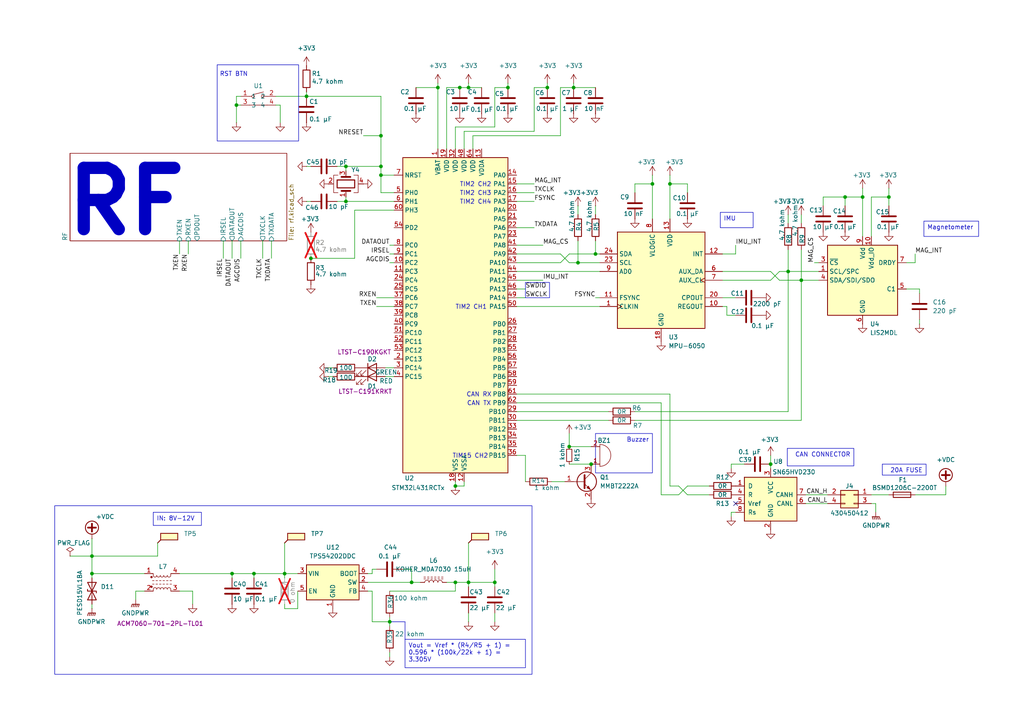
<source format=kicad_sch>
(kicad_sch (version 20250114) (generator "eeschema") (generator_version "9.0")
  (paper "A4")
  (rectangle (start 62.992 18.796) (end 86.614 40.894))
  (rectangle (start 15.875 146.685) (end 154.305 195.58))
  (rectangle (start 152.4 81.915) (end 159.385 86.36))
  (text "RST BTN" (at 67.818 21.59 0) (effects (font (size 1.27 1.27))))
  (text "TIM15 CH2" (at 136.398 132.334 0) (effects (font (size 1.27 1.27))))
  (text "TIM2 CH2" (at 137.922 53.594 0) (effects (font (size 1.27 1.27))))
  (text "TIM2 CH3" (at 137.922 56.134 0) (effects (font (size 1.27 1.27))))
  (text "TIM2 CH1" (at 136.652 89.154 0) (effects (font (size 1.27 1.27))))
  (text "CAN TX" (at 138.938 117.094 0) (effects (font (size 1.27 1.27))))
  (text "RF" (at 36.576 58.674 0) (effects (font (size 17.78 17.78) (thickness 3.556) (bold yes))))
  (text "CAN RX" (at 138.938 114.554 0) (effects (font (size 1.27 1.27))))
  (text "TIM2 CH4" (at 137.922 58.674 0) (effects (font (size 1.27 1.27))))
  (text_box "Vout = Vref * (R4/R5 + 1) = 0.596 * (100k/22k + 1) = 3.305V" (at 117.475 185.42 0) (size 34.925 8.255) (margins 0.9525 0.9525 0.9525 0.9525) (effects (font (size 1.27 1.27)) (justify left top)))
  (text_box "Magnetometer" (at 267.97 64.135 0) (size 15.875 4.445) (margins 0.9525 0.9525 0.9525 0.9525) (effects (font (size 1.27 1.27)) (justify left top)))
  (text_box "IMU" (at 208.915 61.595 0) (size 9.525 4.445) (margins 0.9525 0.9525 0.9525 0.9525) (effects (font (size 1.27 1.27)) (justify left top)))
  (text_box "IN: 8V-12V" (at 44.45 148.59 0) (size 13.97 3.81) (margins 0.9525 0.9525 0.9525 0.9525) (effects (font (size 1.27 1.27)) (justify left top)))
  (text_box "Buzzer" (at 172.72 125.73 0) (size 16.51 11.43) (margins 0.9525 0.9525 0.9525 0.9525) (effects (font (size 1.27 1.27)) (justify right top)))
  (text_box "20A FUSE" (at 255.905 134.62 0) (size 12.7 3.175) (margins 0.9525 0.9525 0.9525 0.9525) (effects (font (size 1.27 1.27)) (justify right top)))
  (text_box "CAN CONNECTOR" (at 228.346 130.048 0) (size 19.304 5.08) (margins 0.9525 0.9525 0.9525 0.9525) (effects (font (size 1.27 1.27)) (justify right top)))
  (junction (at 166.37 25.4))
  (junction (at 250.19 57.15))
  (junction (at 245.11 57.15))
  (junction (at 110.49 48.26))
  (junction (at 73.66 166.37))
  (junction (at 88.9 27.94))
  (junction (at 147.32 25.4))
  (junction (at 133.35 25.4))
  (junction (at 26.67 161.29))
  (junction (at 82.55 166.37))
  (junction (at 171.45 134.62))
  (junction (at 194.31 53.34))
  (junction (at 132.08 140.97))
  (junction (at 110.49 50.8))
  (junction (at 127 25.4))
  (junction (at 132.08 168.91))
  (junction (at 165.1 129.54))
  (junction (at 189.23 53.34))
  (junction (at 167.64 76.2))
  (junction (at 228.6 78.74))
  (junction (at 135.89 25.4))
  (junction (at 158.75 25.4))
  (junction (at 100.33 58.42))
  (junction (at 26.67 166.37))
  (junction (at 172.72 73.66))
  (junction (at 90.17 74.93))
  (junction (at 223.52 134.62))
  (junction (at 100.33 48.26))
  (junction (at 119.38 168.91))
  (junction (at 135.89 168.91))
  (junction (at 68.58 30.48))
  (junction (at 143.51 168.91))
  (junction (at 257.81 57.15))
  (junction (at 67.31 166.37))
  (junction (at 232.41 81.28))
  (junction (at 110.49 39.37))
  (junction (at 113.03 180.34))
  (no_connect (at 213.36 146.05))
  (wire (pts (xy 149.86 121.92) (xy 176.53 121.92)))
  (wire (pts (xy 111.76 109.22) (xy 114.3 109.22)))
  (wire (pts (xy 68.58 27.94) (xy 68.58 30.48)))
  (wire (pts (xy 113.03 76.2) (xy 114.3 76.2)))
  (wire (pts (xy 105.41 39.37) (xy 110.49 39.37)))
  (wire (pts (xy 143.51 36.83) (xy 143.51 25.4)))
  (wire (pts (xy 228.6 78.74) (xy 228.6 119.38)))
  (wire (pts (xy 228.6 78.74) (xy 237.49 78.74)))
  (wire (pts (xy 111.76 106.68) (xy 114.3 106.68)))
  (wire (pts (xy 102.87 60.96) (xy 114.3 60.96)))
  (wire (pts (xy 149.86 53.34) (xy 154.94 53.34)))
  (wire (pts (xy 191.77 116.84) (xy 191.77 143.51)))
  (wire (pts (xy 26.67 167.64) (xy 26.67 166.37)))
  (wire (pts (xy 39.37 173.99) (xy 39.37 171.45)))
  (wire (pts (xy 76.2 69.85) (xy 76.2 74.93)))
  (wire (pts (xy 254 148.59) (xy 254 146.05)))
  (wire (pts (xy 232.41 81.28) (xy 237.49 81.28)))
  (wire (pts (xy 245.11 57.15) (xy 245.11 59.69)))
  (wire (pts (xy 81.28 30.48) (xy 80.01 30.48)))
  (wire (pts (xy 194.31 140.97) (xy 194.31 114.3)))
  (wire (pts (xy 120.65 25.4) (xy 127 25.4)))
  (wire (pts (xy 167.64 76.2) (xy 173.99 76.2)))
  (wire (pts (xy 88.9 48.26) (xy 90.17 48.26)))
  (wire (pts (xy 149.86 71.12) (xy 157.48 71.12)))
  (wire (pts (xy 266.7 83.82) (xy 262.89 83.82)))
  (wire (pts (xy 199.39 140.97) (xy 205.74 140.97)))
  (polyline (pts (xy 117.475 185.42) (xy 117.475 180.34)))
  (wire (pts (xy 67.31 167.64) (xy 67.31 166.37)))
  (wire (pts (xy 143.51 25.4) (xy 147.32 25.4)))
  (wire (pts (xy 20.32 161.29) (xy 26.67 161.29)))
  (wire (pts (xy 106.68 168.91) (xy 119.38 168.91)))
  (wire (pts (xy 194.31 50.8) (xy 194.31 53.34)))
  (wire (pts (xy 52.07 166.37) (xy 67.31 166.37)))
  (wire (pts (xy 107.95 165.1) (xy 109.22 165.1)))
  (wire (pts (xy 213.36 148.59) (xy 212.09 148.59)))
  (wire (pts (xy 110.49 27.94) (xy 110.49 39.37)))
  (wire (pts (xy 102.87 60.96) (xy 102.87 74.93)))
  (wire (pts (xy 210.82 88.9) (xy 209.55 88.9)))
  (wire (pts (xy 252.73 143.51) (xy 257.81 143.51)))
  (wire (pts (xy 113.03 171.45) (xy 132.08 171.45)))
  (wire (pts (xy 149.86 83.82) (xy 152.4 83.82)))
  (wire (pts (xy 143.51 168.91) (xy 135.89 168.91)))
  (wire (pts (xy 100.33 58.42) (xy 114.3 58.42)))
  (wire (pts (xy 162.56 76.2) (xy 165.1 73.66)))
  (wire (pts (xy 149.86 88.9) (xy 173.99 88.9)))
  (wire (pts (xy 199.39 143.51) (xy 205.74 143.51)))
  (wire (pts (xy 152.4 132.08) (xy 149.86 132.08)))
  (wire (pts (xy 199.39 53.34) (xy 199.39 55.88)))
  (wire (pts (xy 78.74 69.85) (xy 78.74 74.93)))
  (wire (pts (xy 226.06 78.74) (xy 228.6 78.74)))
  (wire (pts (xy 107.95 180.34) (xy 113.03 180.34)))
  (wire (pts (xy 194.31 53.34) (xy 199.39 53.34)))
  (wire (pts (xy 250.19 68.58) (xy 250.19 57.15)))
  (wire (pts (xy 127 24.13) (xy 127 25.4)))
  (wire (pts (xy 82.55 176.53) (xy 86.36 176.53)))
  (wire (pts (xy 68.58 27.94) (xy 69.85 27.94)))
  (wire (pts (xy 165.1 73.66) (xy 172.72 73.66)))
  (wire (pts (xy 100.33 57.15) (xy 100.33 58.42)))
  (wire (pts (xy 212.09 135.89) (xy 212.09 134.62)))
  (wire (pts (xy 209.55 81.28) (xy 223.52 81.28)))
  (wire (pts (xy 132.08 36.83) (xy 132.08 43.18)))
  (wire (pts (xy 189.23 50.8) (xy 189.23 53.34)))
  (wire (pts (xy 109.22 86.36) (xy 114.3 86.36)))
  (wire (pts (xy 266.7 85.09) (xy 266.7 83.82)))
  (wire (pts (xy 45.72 157.48) (xy 45.72 161.29)))
  (wire (pts (xy 82.55 166.37) (xy 86.36 166.37)))
  (wire (pts (xy 165.1 76.2) (xy 167.64 76.2)))
  (wire (pts (xy 143.51 177.8) (xy 143.51 180.34)))
  (wire (pts (xy 232.41 81.28) (xy 232.41 121.92)))
  (wire (pts (xy 254 146.05) (xy 252.73 146.05)))
  (wire (pts (xy 236.22 76.2) (xy 237.49 76.2)))
  (wire (pts (xy 110.49 50.8) (xy 114.3 50.8)))
  (wire (pts (xy 135.89 157.48) (xy 135.89 168.91)))
  (wire (pts (xy 189.23 53.34) (xy 184.15 53.34)))
  (wire (pts (xy 119.38 168.91) (xy 119.38 165.1)))
  (wire (pts (xy 233.68 146.05) (xy 240.03 146.05)))
  (wire (pts (xy 209.55 86.36) (xy 213.36 86.36)))
  (wire (pts (xy 110.49 48.26) (xy 100.33 48.26)))
  (wire (pts (xy 113.03 71.12) (xy 114.3 71.12)))
  (wire (pts (xy 158.75 24.13) (xy 158.75 25.4)))
  (wire (pts (xy 135.89 168.91) (xy 135.89 170.18)))
  (wire (pts (xy 96.52 106.68) (xy 95.25 106.68)))
  (wire (pts (xy 252.73 68.58) (xy 252.73 57.15)))
  (wire (pts (xy 107.95 171.45) (xy 107.95 180.34)))
  (wire (pts (xy 80.01 27.94) (xy 88.9 27.94)))
  (wire (pts (xy 165.1 76.2) (xy 162.56 73.66)))
  (wire (pts (xy 149.86 66.04) (xy 154.94 66.04)))
  (wire (pts (xy 90.17 58.42) (xy 88.9 58.42)))
  (wire (pts (xy 166.37 25.4) (xy 172.72 25.4)))
  (wire (pts (xy 194.31 63.5) (xy 194.31 53.34)))
  (wire (pts (xy 110.49 39.37) (xy 110.49 48.26)))
  (wire (pts (xy 100.33 48.26) (xy 100.33 49.53)))
  (wire (pts (xy 127 25.4) (xy 127 43.18)))
  (wire (pts (xy 67.31 166.37) (xy 73.66 166.37)))
  (wire (pts (xy 97.79 58.42) (xy 100.33 58.42)))
  (wire (pts (xy 194.31 140.97) (xy 196.85 140.97)))
  (wire (pts (xy 110.49 50.8) (xy 110.49 55.88)))
  (wire (pts (xy 82.55 175.26) (xy 82.55 176.53)))
  (wire (pts (xy 257.81 54.61) (xy 257.81 57.15)))
  (wire (pts (xy 113.03 189.23) (xy 113.03 190.5)))
  (wire (pts (xy 68.58 30.48) (xy 68.58 35.56)))
  (wire (pts (xy 26.67 175.26) (xy 26.67 176.53)))
  (wire (pts (xy 86.36 176.53) (xy 86.36 171.45)))
  (wire (pts (xy 82.55 166.37) (xy 82.55 167.64)))
  (wire (pts (xy 119.38 168.91) (xy 121.92 168.91)))
  (wire (pts (xy 152.4 139.7) (xy 152.4 132.08)))
  (wire (pts (xy 262.89 76.2) (xy 265.43 76.2)))
  (wire (pts (xy 166.37 24.13) (xy 166.37 25.4)))
  (wire (pts (xy 67.31 69.85) (xy 67.31 74.93)))
  (wire (pts (xy 154.94 38.1) (xy 154.94 25.4)))
  (wire (pts (xy 257.81 57.15) (xy 257.81 59.69)))
  (wire (pts (xy 154.94 25.4) (xy 158.75 25.4)))
  (wire (pts (xy 39.37 171.45) (xy 41.91 171.45)))
  (wire (pts (xy 73.66 166.37) (xy 82.55 166.37)))
  (wire (pts (xy 143.51 165.1) (xy 143.51 168.91)))
  (wire (pts (xy 107.95 171.45) (xy 106.68 171.45)))
  (wire (pts (xy 252.73 57.15) (xy 257.81 57.15)))
  (wire (pts (xy 113.03 179.07) (xy 113.03 180.34)))
  (wire (pts (xy 189.23 63.5) (xy 189.23 53.34)))
  (wire (pts (xy 149.86 76.2) (xy 162.56 76.2)))
  (wire (pts (xy 96.52 109.22) (xy 95.25 109.22)))
  (wire (pts (xy 184.15 121.92) (xy 232.41 121.92)))
  (wire (pts (xy 223.52 81.28) (xy 226.06 78.74)))
  (wire (pts (xy 135.89 25.4) (xy 135.89 24.13)))
  (wire (pts (xy 113.03 181.61) (xy 113.03 180.34)))
  (wire (pts (xy 52.07 171.45) (xy 55.88 171.45)))
  (wire (pts (xy 107.95 165.1) (xy 107.95 166.37)))
  (wire (pts (xy 133.35 25.4) (xy 135.89 25.4)))
  (wire (pts (xy 132.08 168.91) (xy 135.89 168.91)))
  (wire (pts (xy 171.45 134.62) (xy 165.1 134.62)))
  (wire (pts (xy 129.54 25.4) (xy 129.54 43.18)))
  (wire (pts (xy 228.6 64.77) (xy 228.6 62.23)))
  (wire (pts (xy 194.31 114.3) (xy 149.86 114.3)))
  (wire (pts (xy 199.39 143.51) (xy 196.85 140.97)))
  (wire (pts (xy 52.07 69.85) (xy 52.07 73.66)))
  (wire (pts (xy 134.62 140.97) (xy 134.62 139.7)))
  (wire (pts (xy 88.9 27.94) (xy 110.49 27.94)))
  (wire (pts (xy 213.36 73.66) (xy 213.36 71.12)))
  (wire (pts (xy 162.56 25.4) (xy 162.56 39.37)))
  (wire (pts (xy 223.52 132.08) (xy 223.52 134.62)))
  (wire (pts (xy 132.08 139.7) (xy 132.08 140.97)))
  (wire (pts (xy 134.62 38.1) (xy 134.62 43.18)))
  (wire (pts (xy 149.86 119.38) (xy 176.53 119.38)))
  (wire (pts (xy 110.49 48.26) (xy 110.49 50.8)))
  (wire (pts (xy 196.85 143.51) (xy 199.39 140.97)))
  (wire (pts (xy 171.45 129.54) (xy 165.1 129.54)))
  (wire (pts (xy 135.89 177.8) (xy 135.89 180.34)))
  (wire (pts (xy 107.95 166.37) (xy 106.68 166.37)))
  (wire (pts (xy 134.62 38.1) (xy 154.94 38.1)))
  (wire (pts (xy 26.67 166.37) (xy 41.91 166.37)))
  (wire (pts (xy 69.85 69.85) (xy 69.85 74.93)))
  (wire (pts (xy 129.54 25.4) (xy 133.35 25.4)))
  (wire (pts (xy 113.03 73.66) (xy 114.3 73.66)))
  (wire (pts (xy 97.79 48.26) (xy 100.33 48.26)))
  (wire (pts (xy 274.32 140.97) (xy 274.32 143.51)))
  (wire (pts (xy 167.64 69.85) (xy 167.64 76.2)))
  (wire (pts (xy 250.19 54.61) (xy 250.19 57.15)))
  (wire (pts (xy 212.09 134.62) (xy 215.9 134.62)))
  (wire (pts (xy 274.32 143.51) (xy 265.43 143.51)))
  (wire (pts (xy 238.76 57.15) (xy 238.76 59.69)))
  (wire (pts (xy 232.41 72.39) (xy 232.41 81.28)))
  (wire (pts (xy 55.88 171.45) (xy 55.88 175.26)))
  (wire (pts (xy 132.08 171.45) (xy 132.08 168.91)))
  (wire (pts (xy 245.11 57.15) (xy 238.76 57.15)))
  (wire (pts (xy 209.55 78.74) (xy 223.52 78.74)))
  (wire (pts (xy 162.56 39.37) (xy 137.16 39.37)))
  (wire (pts (xy 233.68 143.51) (xy 240.03 143.51)))
  (wire (pts (xy 54.61 69.85) (xy 54.61 73.66)))
  (wire (pts (xy 223.52 78.74) (xy 226.06 81.28)))
  (wire (pts (xy 210.82 91.44) (xy 210.82 88.9)))
  (wire (pts (xy 110.49 55.88) (xy 114.3 55.88)))
  (wire (pts (xy 149.86 58.42) (xy 154.94 58.42)))
  (wire (pts (xy 88.9 26.67) (xy 88.9 27.94)))
  (wire (pts (xy 82.55 157.48) (xy 82.55 166.37)))
  (wire (pts (xy 149.86 55.88) (xy 154.94 55.88)))
  (wire (pts (xy 45.72 161.29) (xy 26.67 161.29)))
  (wire (pts (xy 226.06 81.28) (xy 232.41 81.28)))
  (wire (pts (xy 223.52 134.62) (xy 223.52 135.89)))
  (polyline (pts (xy 113.03 180.34) (xy 117.475 180.34)))
  (wire (pts (xy 149.86 73.66) (xy 162.56 73.66)))
  (wire (pts (xy 212.09 149.86) (xy 212.09 148.59)))
  (wire (pts (xy 184.15 119.38) (xy 228.6 119.38)))
  (wire (pts (xy 149.86 86.36) (xy 152.4 86.36)))
  (wire (pts (xy 64.77 69.85) (xy 64.77 74.93)))
  (wire (pts (xy 149.86 78.74) (xy 173.99 78.74)))
  (wire (pts (xy 163.83 139.7) (xy 160.02 139.7)))
  (wire (pts (xy 137.16 39.37) (xy 137.16 43.18)))
  (wire (pts (xy 172.72 73.66) (xy 173.99 73.66)))
  (wire (pts (xy 265.43 76.2) (xy 265.43 73.66)))
  (wire (pts (xy 149.86 81.28) (xy 157.48 81.28)))
  (wire (pts (xy 162.56 25.4) (xy 166.37 25.4)))
  (wire (pts (xy 26.67 156.21) (xy 26.67 161.29)))
  (wire (pts (xy 68.58 30.48) (xy 69.85 30.48)))
  (wire (pts (xy 73.66 167.64) (xy 73.66 166.37)))
  (wire (pts (xy 116.84 165.1) (xy 119.38 165.1)))
  (wire (pts (xy 129.54 168.91) (xy 132.08 168.91)))
  (wire (pts (xy 139.7 25.4) (xy 135.89 25.4)))
  (wire (pts (xy 228.6 72.39) (xy 228.6 78.74)))
  (wire (pts (xy 132.08 36.83) (xy 143.51 36.83)))
  (wire (pts (xy 172.72 69.85) (xy 172.72 73.66)))
  (wire (pts (xy 143.51 168.91) (xy 143.51 170.18)))
  (wire (pts (xy 209.55 73.66) (xy 213.36 73.66)))
  (wire (pts (xy 191.77 143.51) (xy 196.85 143.51)))
  (wire (pts (xy 232.41 64.77) (xy 232.41 62.23)))
  (wire (pts (xy 210.82 91.44) (xy 213.36 91.44)))
  (wire (pts (xy 90.17 74.93) (xy 102.87 74.93)))
  (wire (pts (xy 172.72 86.36) (xy 173.99 86.36)))
  (wire (pts (xy 250.19 57.15) (xy 245.11 57.15)))
  (wire (pts (xy 167.64 59.69) (xy 167.64 62.23)))
  (wire (pts (xy 165.1 125.73) (xy 165.1 129.54)))
  (wire (pts (xy 132.08 140.97) (xy 134.62 140.97)))
  (wire (pts (xy 81.28 30.48) (xy 81.28 35.56)))
  (wire (pts (xy 109.22 88.9) (xy 114.3 88.9)))
  (wire (pts (xy 26.67 161.29) (xy 26.67 166.37)))
  (wire (pts (xy 266.7 92.71) (xy 266.7 93.98)))
  (wire (pts (xy 184.15 53.34) (xy 184.15 55.88)))
  (wire (pts (xy 149.86 116.84) (xy 191.77 116.84)))
  (wire (pts (xy 147.32 24.13) (xy 147.32 25.4)))
  (wire (pts (xy 172.72 59.69) (xy 172.72 62.23)))
  (label "RXEN" (at 54.61 73.66 270))
  (label "FSYNC" (at 154.94 58.42 0))
  (label "IRSEL" (at 113.03 73.66 180))
  (label "IMU_INT" (at 157.48 81.28 0))
  (label "CAN_L" (at 240.03 146.05 180))
  (label "MAG_INT" (at 154.94 53.34 0))
  (label "CAN_H" (at 240.03 143.51 180))
  (label "DATAOUT" (at 67.31 74.93 270))
  (label "TXEN" (at 52.07 73.66 270))
  (label "MAG_INT" (at 265.43 73.66 0))
  (label "TXDATA" (at 154.94 66.04 0))
  (label "TXCLK" (at 154.94 55.88 0))
  (label "MAG_CS" (at 236.22 76.2 90))
  (label "NRESET" (at 105.41 39.37 180))
  (label "AGCDIS" (at 113.03 76.2 180))
  (label "SWCLK" (at 152.4 86.36 0))
  (label "IMU_INT" (at 213.36 71.12 0))
  (label "TXCLK" (at 76.2 74.93 270))
  (label "FSYNC" (at 172.72 86.36 180))
  (label "RXEN" (at 109.22 86.36 180))
  (label "TXDATA" (at 78.74 74.93 270))
  (label "AGCDIS" (at 69.85 74.93 270))
  (label "IRSEL" (at 64.77 74.93 270))
  (label "TXEN" (at 109.22 88.9 180))
  (label "MAG_CS" (at 157.48 71.12 0))
  (label "SWDIO" (at 152.4 83.82 0))
  (label "DATAOUT" (at 113.03 71.12 180))
  (symbol (lib_name "CL21B104KBCNNNC_2") (lib_id "#inventree:CL21B104KBCNNNC") (at 113.03 165.1 90) (unit 1)
    (property "Reference" "C44" (at 113.284 158.75 90))
    (property "Value" "0.1 µF" (at 113.03 161.29 90))
    (property "Footprint" "Capacitor_SMD:C_0805_2012Metric_Pad1.18x1.45mm_HandSolder" (effects (hide yes)))
    (property "Datasheet" "http://10.0.0.41/media/attachments/part/18/CL21B104KBCNNN_Spec.pdf" (effects (hide yes)))
    (property "Description" "CAP CER 0.1UF 50V X7R 0805" (effects (hide yes)))
    (property "InvenTree" "18" (effects (hide yes)))
    (property "Mounting Type" "Surface Mount, MLCC" (effects (hide yes)))
    (property "Package Type" "0805 (2012 Metric)" (effects (hide yes)))
    (property "Part URL" "http://10.0.0.41:7333/part/18/" (effects (hide yes)))
    (property "Rated Voltage" "50V" (effects (hide yes)))
    (property "Temperature Coefficient" "X7R" (effects (hide yes)))
    (property "Tolerance" "10%" (effects (hide yes)))
  )
  (symbol (lib_id "Transistor_BJT:MMBT2222A") (at 168.91 139.7 0) (unit 1)
    (property "Reference" "Q1" (at 173.99 138.4299 0) (effects (justify left)))
    (property "Value" "MMBT2222A" (at 173.99 140.9699 0) (effects (justify left)))
    (property "Footprint" "Package_TO_SOT_SMD:SOT-23" (effects (hide yes)))
    (property "Datasheet" "https://assets.nexperia.com/documents/data-sheet/MMBT2222A.pdf" (effects (hide yes)))
    (property "Description" "600mA Ic, 40V Vce, NPN Transistor, SOT-23" (effects (hide yes)))
  )
  (symbol (lib_id "power:GND") (at 120.65 33.02 0) (unit 1)
    (property "Reference" "#PWR07" (effects (hide yes)))
    (property "Value" "GND" (effects (hide yes)))
    (property "Description" "Power symbol creates a global label with name \"GND\" , ground" (effects (hide yes)))
  )
  (symbol (lib_name "CL21B104KBCNNNC_3") (lib_id "#inventree:CL21B104KBCNNNC") (at 120.65 29.21 180) (unit 1)
    (property "Reference" "C2" (at 116.078 26.67 0) (effects (justify right)))
    (property "Value" "0.1 µF" (at 117.094 31.496 0) (effects (justify right)))
    (property "Footprint" "Capacitor_SMD:C_0805_2012Metric_Pad1.18x1.45mm_HandSolder" (effects (hide yes)))
    (property "Datasheet" "http://10.0.0.41/media/attachments/part/18/CL21B104KBCNNN_Spec.pdf" (effects (hide yes)))
    (property "Description" "CAP CER 0.1UF 50V X7R 0805" (effects (hide yes)))
    (property "InvenTree" "18" (effects (hide yes)))
    (property "Mounting Type" "Surface Mount, MLCC" (effects (hide yes)))
    (property "Package Type" "0805 (2012 Metric)" (effects (hide yes)))
    (property "Part URL" "http://10.0.0.41:7333/part/18/" (effects (hide yes)))
    (property "Rated Voltage" "50V" (effects (hide yes)))
    (property "Temperature Coefficient" "X7R" (effects (hide yes)))
    (property "Tolerance" "10%" (effects (hide yes)))
  )
  (symbol (lib_id "Device:R") (at 180.34 121.92 90) (unit 1)
    (property "Reference" "R7" (at 184.912 123.444 90))
    (property "Value" "0R" (at 180.34 121.92 90))
    (property "Footprint" "Resistor_SMD:R_0603_1608Metric_Pad0.98x0.95mm_HandSolder" (effects (hide yes)))
    (property "Description" "Resistor" (effects (hide yes)))
  )
  (symbol (lib_name "RC0603FR-074K7L_2") (lib_id "#inventree:RC0603FR-074K7L") (at 90.17 78.74 0) (unit 1)
    (property "Reference" "R3" (at 91.44 77.724 0) (effects (justify left)))
    (property "Value" "4.7 kohm" (at 91.44 79.502 0) (effects (justify left)))
    (property "Footprint" "Resistor_SMD:R_0603_1608Metric_Pad0.98x0.95mm_HandSolder" (effects (hide yes)))
    (property "Datasheet" "http://10.0.0.41/media/attachments/part/59/PYu-RC_Group_51_RoHS_L_12.pdf" (effects (hide yes)))
    (property "Description" "RES 4.7K OHM 1% 1/10W 0603" (effects (hide yes)))
    (property "InvenTree" "59" (effects (hide yes)))
    (property "Mounting Type" "0603" (effects (hide yes)))
    (property "Package Type" "0603 (1608 Metric)" (effects (hide yes)))
    (property "Part URL" "http://10.0.0.41:7333/part/59/" (effects (hide yes)))
    (property "Rated Power" "0.1W, 1/10W" (effects (hide yes)))
    (property "Tolerance" "1%" (effects (hide yes)))
  )
  (symbol (lib_id "power:GND") (at 113.03 190.5 0) (unit 1)
    (property "Reference" "#PWR069" (effects (hide yes)))
    (property "Value" "GND" (effects (hide yes)))
    (property "Description" "Power symbol creates a global label with name \"GND\" , ground" (effects (hide yes)))
  )
  (symbol (lib_id "#inventree:RC0603FR-074K7L") (at 88.9 22.86 0) (unit 1)
    (property "Reference" "R1" (at 90.424 21.336 0) (effects (justify left)))
    (property "Value" "4.7 kohm" (at 90.424 23.622 0) (effects (justify left)))
    (property "Footprint" "Resistor_SMD:R_0603_1608Metric_Pad0.98x0.95mm_HandSolder" (effects (hide yes)))
    (property "Datasheet" "http://10.0.0.41/media/attachments/part/59/PYu-RC_Group_51_RoHS_L_12.pdf" (effects (hide yes)))
    (property "Description" "RES 4.7K OHM 1% 1/10W 0603" (effects (hide yes)))
    (property "InvenTree" "59" (effects (hide yes)))
    (property "Mounting Type" "0603" (effects (hide yes)))
    (property "Package Type" "0603 (1608 Metric)" (effects (hide yes)))
    (property "Part URL" "http://10.0.0.41:7333/part/59/" (effects (hide yes)))
    (property "Rated Power" "0.1W, 1/10W" (effects (hide yes)))
    (property "Tolerance" "1%" (effects (hide yes)))
  )
  (symbol (lib_id "Connector:TestPoint_Flag") (at 135.89 157.48 0) (unit 1)
    (property "Reference" "TP6" (at 143.51 154.8129 0) (effects (justify left)))
    (property "Value" "TestPoint_Flag" (effects (hide yes)))
    (property "Footprint" "TestPoint:TestPoint_Plated_Hole_D2.0mm" (effects (hide yes)))
    (property "Description" "test point (alternative flag-style design)" (effects (hide yes)))
  )
  (symbol (lib_name "CL21B104KBCNNNC_3") (lib_id "#inventree:CL21B104KBCNNNC") (at 139.7 29.21 180) (unit 1)
    (property "Reference" "C4" (at 135.636 26.67 0) (effects (justify right)))
    (property "Value" "0.1 µF" (at 136.398 31.75 0) (effects (justify right)))
    (property "Footprint" "Capacitor_SMD:C_0805_2012Metric_Pad1.18x1.45mm_HandSolder" (effects (hide yes)))
    (property "Datasheet" "http://10.0.0.41/media/attachments/part/18/CL21B104KBCNNN_Spec.pdf" (effects (hide yes)))
    (property "Description" "CAP CER 0.1UF 50V X7R 0805" (effects (hide yes)))
    (property "InvenTree" "18" (effects (hide yes)))
    (property "Mounting Type" "Surface Mount, MLCC" (effects (hide yes)))
    (property "Package Type" "0805 (2012 Metric)" (effects (hide yes)))
    (property "Part URL" "http://10.0.0.41:7333/part/18/" (effects (hide yes)))
    (property "Rated Voltage" "50V" (effects (hide yes)))
    (property "Temperature Coefficient" "X7R" (effects (hide yes)))
    (property "Tolerance" "10%" (effects (hide yes)))
  )
  (symbol (lib_id "power:+3V3") (at 228.6 62.23 0) (unit 1)
    (property "Reference" "#PWR028" (effects (hide yes)))
    (property "Value" "+3V3" (at 226.822 58.42 0))
    (property "Description" "Power symbol creates a global label with name \"+3V3\"" (effects (hide yes)))
  )
  (symbol (lib_name "CL21B104KBCNNNC_3") (lib_id "#inventree:CL21B104KBCNNNC") (at 172.72 29.21 180) (unit 1)
    (property "Reference" "C8" (at 169.164 26.924 0) (effects (justify right)))
    (property "Value" "10 nF" (at 169.418 31.496 0) (effects (justify right)))
    (property "Footprint" "Capacitor_SMD:C_0805_2012Metric_Pad1.18x1.45mm_HandSolder" (effects (hide yes)))
    (property "Datasheet" "http://10.0.0.41/media/attachments/part/17/CL21B103KBANNNC _Spec.pdf" (effects (hide yes)))
    (property "Description" "CAP CER 10 nF 50V X7R 0805" (effects (hide yes)))
    (property "InvenTree" "17" (effects (hide yes)))
    (property "Mounting Type" "Surface Mount, MLCC" (effects (hide yes)))
    (property "Package Type" "0805 (2012 Metric)" (effects (hide yes)))
    (property "Part URL" "http://10.0.0.41:7333/part/17/" (effects (hide yes)))
    (property "Rated Voltage" "50V" (effects (hide yes)))
    (property "Temperature Coefficient" "X7R" (effects (hide yes)))
    (property "Tolerance" "10%" (effects (hide yes)))
  )
  (symbol (lib_id "power:GND") (at 67.31 175.26 0) (unit 1)
    (property "Reference" "#PWR066" (effects (hide yes)))
    (property "Value" "GND" (effects (hide yes)))
    (property "Description" "Power symbol creates a global label with name \"GND\" , ground" (effects (hide yes)))
  )
  (symbol (lib_id "#inventree:RC0603FR-074K7L") (at 228.6 68.58 0) (unit 1)
    (property "Reference" "R8" (at 228.854 70.612 90) (effects (justify left)))
    (property "Value" "4.7 kohm" (at 226.822 69.85 90) (effects (justify left)))
    (property "Footprint" "Resistor_SMD:R_0603_1608Metric_Pad0.98x0.95mm_HandSolder" (effects (hide yes)))
    (property "Datasheet" "http://10.0.0.41/media/attachments/part/59/PYu-RC_Group_51_RoHS_L_12.pdf" (effects (hide yes)))
    (property "Description" "RES 4.7K OHM 1% 1/10W 0603" (effects (hide yes)))
    (property "InvenTree" "59" (effects (hide yes)))
    (property "Mounting Type" "0603" (effects (hide yes)))
    (property "Package Type" "0603 (1608 Metric)" (effects (hide yes)))
    (property "Part URL" "http://10.0.0.41:7333/part/59/" (effects (hide yes)))
    (property "Rated Power" "0.1W, 1/10W" (effects (hide yes)))
    (property "Tolerance" "1%" (effects (hide yes)))
  )
  (symbol (lib_name "CL21B104KBCNNNC_3") (lib_id "#inventree:CL21B104KBCNNNC") (at 147.32 29.21 180) (unit 1)
    (property "Reference" "C5" (at 143.51 27.178 0) (effects (justify right)))
    (property "Value" "0.1 µF" (at 143.764 31.496 0) (effects (justify right)))
    (property "Footprint" "Capacitor_SMD:C_0805_2012Metric_Pad1.18x1.45mm_HandSolder" (effects (hide yes)))
    (property "Datasheet" "http://10.0.0.41/media/attachments/part/18/CL21B104KBCNNN_Spec.pdf" (effects (hide yes)))
    (property "Description" "CAP CER 0.1UF 50V X7R 0805" (effects (hide yes)))
    (property "InvenTree" "18" (effects (hide yes)))
    (property "Mounting Type" "Surface Mount, MLCC" (effects (hide yes)))
    (property "Package Type" "0805 (2012 Metric)" (effects (hide yes)))
    (property "Part URL" "http://10.0.0.41:7333/part/18/" (effects (hide yes)))
    (property "Rated Voltage" "50V" (effects (hide yes)))
    (property "Temperature Coefficient" "X7R" (effects (hide yes)))
    (property "Tolerance" "10%" (effects (hide yes)))
  )
  (symbol (lib_id "easyeda2kicad:YTS1C0033BBG01") (at 74.93 27.94 0) (unit 1)
    (property "Reference" "U1" (at 74.93 24.892 0))
    (property "Value" "YTS1C0033BBG01" (effects (hide yes)))
    (property "Footprint" "easyeda2kicad:SW-SMD_YIYUAN_YTS1C003XXX" (effects (hide yes)))
    (property "LCSC Part" "C5188566" (effects (hide yes)))
    (property "InvenTree" "60" (effects (hide yes)))
  )
  (symbol (lib_id "power:GND") (at 199.39 63.5 0) (unit 1)
    (property "Reference" "#PWR025" (effects (hide yes)))
    (property "Value" "GND" (effects (hide yes)))
    (property "Description" "Power symbol creates a global label with name \"GND\" , ground" (effects (hide yes)))
  )
  (symbol (lib_id "power:+3V3") (at 172.72 59.69 0) (unit 1)
    (property "Reference" "#PWR020" (effects (hide yes)))
    (property "Value" "+3V3" (at 170.942 55.88 0))
    (property "Description" "Power symbol creates a global label with name \"+3V3\"" (effects (hide yes)))
  )
  (symbol (lib_id "power:GND") (at 139.7 33.02 0) (unit 1)
    (property "Reference" "#PWR011" (effects (hide yes)))
    (property "Value" "GND" (effects (hide yes)))
    (property "Description" "Power symbol creates a global label with name \"GND\" , ground" (effects (hide yes)))
  )
  (symbol (lib_id "power:GND") (at 55.88 175.26 0) (unit 1)
    (property "Reference" "#PWR065" (effects (hide yes)))
    (property "Value" "GND" (effects (hide yes)))
    (property "Description" "Power symbol creates a global label with name \"GND\" , ground" (effects (hide yes)))
  )
  (symbol (lib_id "#inventree:RC0603FR-0722KL") (at 113.03 185.42 0) (unit 1)
    (property "Reference" "R35" (at 113.03 186.69 90) (effects (justify left)))
    (property "Value" "22 kohm" (at 114.554 183.896 0) (effects (justify left)))
    (property "Footprint" "Resistor_SMD:R_0603_1608Metric_Pad0.98x0.95mm_HandSolder" (effects (hide yes)))
    (property "Datasheet" "http://10.0.0.41/media/attachments/part/88/PYu-RC_Group_51_RoHS_L_12.pdf" (effects (hide yes)))
    (property "Description" "RES 22K OHM 1% 1/10W 0603" (effects (hide yes)))
    (property "InvenTree" "88" (effects (hide yes)))
    (property "Mounting Type" "0603" (effects (hide yes)))
    (property "Package Type" "0603 (1608 Metric)" (effects (hide yes)))
    (property "Part URL" "http://10.0.0.41:7333/part/88/" (effects (hide yes)))
    (property "Rated Power" "0.1W, 1/10W" (effects (hide yes)))
    (property "Tolerance" "1%" (effects (hide yes)))
  )
  (symbol (lib_id "power:+3V3") (at 90.17 67.31 0) (unit 1)
    (property "Reference" "#PWR05" (effects (hide yes)))
    (property "Value" "+3V3" (at 89.916 63.5 0))
    (property "Description" "Power symbol creates a global label with name \"+3V3\"" (effects (hide yes)))
  )
  (symbol (lib_name "CL21B104KBCNNNC_3") (lib_id "#inventree:CL21B104KBCNNNC") (at 257.81 63.5 180) (unit 1)
    (property "Reference" "C15" (at 254 61.468 0) (effects (justify right)))
    (property "Value" "0.1 µF" (at 254.254 65.786 0) (effects (justify right)))
    (property "Footprint" "Capacitor_SMD:C_0805_2012Metric_Pad1.18x1.45mm_HandSolder" (effects (hide yes)))
    (property "Datasheet" "http://10.0.0.41/media/attachments/part/18/CL21B104KBCNNN_Spec.pdf" (effects (hide yes)))
    (property "Description" "CAP CER 0.1UF 50V X7R 0805" (effects (hide yes)))
    (property "InvenTree" "18" (effects (hide yes)))
    (property "Mounting Type" "Surface Mount, MLCC" (effects (hide yes)))
    (property "Package Type" "0805 (2012 Metric)" (effects (hide yes)))
    (property "Part URL" "http://10.0.0.41:7333/part/18/" (effects (hide yes)))
    (property "Rated Voltage" "50V" (effects (hide yes)))
    (property "Temperature Coefficient" "X7R" (effects (hide yes)))
    (property "Tolerance" "10%" (effects (hide yes)))
  )
  (symbol (lib_id "power:GNDPWR") (at 39.37 173.99 0) (unit 1)
    (property "Reference" "#PWR064" (effects (hide yes)))
    (property "Value" "GNDPWR" (at 39.243 177.8 0))
    (property "Description" "Power symbol creates a global label with name \"GNDPWR\" , global ground" (effects (hide yes)))
  )
  (symbol (lib_id "power:GND") (at 135.89 180.34 0) (unit 1)
    (property "Reference" "#PWR070" (effects (hide yes)))
    (property "Value" "GND" (effects (hide yes)))
    (property "Description" "Power symbol creates a global label with name \"GND\" , ground" (effects (hide yes)))
  )
  (symbol (lib_id "power:GND") (at 73.66 175.26 0) (unit 1)
    (property "Reference" "#PWR067" (effects (hide yes)))
    (property "Value" "GND" (effects (hide yes)))
    (property "Description" "Power symbol creates a global label with name \"GND\" , ground" (effects (hide yes)))
  )
  (symbol (lib_name "CL21B104KBCNNNC_3") (lib_id "#inventree:CL21B104KBCNNNC") (at 245.11 63.5 180) (unit 1)
    (property "Reference" "C14" (at 241.554 61.214 0) (effects (justify right)))
    (property "Value" "0.1 µF" (at 241.808 65.786 0) (effects (justify right)))
    (property "Footprint" "Capacitor_SMD:C_0805_2012Metric_Pad1.18x1.45mm_HandSolder" (effects (hide yes)))
    (property "Datasheet" "http://10.0.0.41/media/attachments/part/18/CL21B104KBCNNN_Spec.pdf" (effects (hide yes)))
    (property "Description" "CAP CER 0.1UF 50V X7R 0805" (effects (hide yes)))
    (property "InvenTree" "18" (effects (hide yes)))
    (property "Mounting Type" "Surface Mount, MLCC" (effects (hide yes)))
    (property "Package Type" "0805 (2012 Metric)" (effects (hide yes)))
    (property "Part URL" "http://10.0.0.41:7333/part/18/" (effects (hide yes)))
    (property "Rated Voltage" "50V" (effects (hide yes)))
    (property "Temperature Coefficient" "X7R" (effects (hide yes)))
    (property "Tolerance" "10%" (effects (hide yes)))
  )
  (symbol (lib_id "power:+3V3") (at 223.52 132.08 0) (mirror y) (unit 1)
    (property "Reference" "#PWR094" (effects (hide yes)))
    (property "Value" "+3V3" (at 223.266 127.508 0))
    (property "Description" "Power symbol creates a global label with name \"+3V3\"" (effects (hide yes)))
  )
  (symbol (lib_id "#inventree:CL21C100CBANNNC") (at 93.98 48.26 90) (unit 1)
    (property "Reference" "C45" (at 92.71 46.99 90) (effects (justify left)))
    (property "Value" "10 pF" (at 100.838 46.99 90) (effects (justify left)))
    (property "Footprint" "Capacitor_SMD:C_0805_2012Metric_Pad1.18x1.45mm_HandSolder" (effects (hide yes)))
    (property "Datasheet" "http://10.0.0.41/media/attachments/part/11/2411272102_Samsung-Electro-Mechanics-CL21C100CBANNNC_C2991182.pdf" (effects (hide yes)))
    (property "Description" "CAP CER 10PF 50V C0G/NP0 0805" (effects (hide yes)))
    (property "InvenTree" "11" (effects (hide yes)))
    (property "Mounting Type" "Surface Mount, MLCC" (effects (hide yes)))
    (property "Package Type" "0805 (2012 Metric)" (effects (hide yes)))
    (property "Part URL" "http://10.0.0.41:7333/part/11/" (effects (hide yes)))
    (property "Rated Voltage" "50V" (effects (hide yes)))
    (property "Temperature Coefficient" "C0G, NP0" (effects (hide yes)))
    (property "Tolerance" "0.25pF" (effects (hide yes)))
  )
  (symbol (lib_id "power:GND") (at 133.35 33.02 0) (unit 1)
    (property "Reference" "#PWR09" (effects (hide yes)))
    (property "Value" "GND" (effects (hide yes)))
    (property "Description" "Power symbol creates a global label with name \"GND\" , ground" (effects (hide yes)))
  )
  (symbol (lib_id "Device:R") (at 100.33 106.68 90) (unit 1)
    (property "Reference" "R19" (at 96.012 107.442 90))
    (property "Value" "100" (at 100.33 106.68 90))
    (property "Footprint" "Resistor_SMD:R_0603_1608Metric" (effects (hide yes)))
    (property "Description" "Resistor" (effects (hide yes)))
  )
  (symbol (lib_id "power:+3V3") (at 135.89 24.13 0) (unit 1)
    (property "Reference" "#PWR010" (effects (hide yes)))
    (property "Value" "+3V3" (at 135.89 19.05 0))
    (property "Description" "Power symbol creates a global label with name \"+3V3\"" (effects (hide yes)))
  )
  (symbol (lib_id "power:GND") (at 220.98 86.36 90) (unit 1)
    (property "Reference" "#PWR026" (effects (hide yes)))
    (property "Value" "GND" (effects (hide yes)))
    (property "Description" "Power symbol creates a global label with name \"GND\" , ground" (effects (hide yes)))
  )
  (symbol (lib_id "power:GND") (at 158.75 33.02 0) (unit 1)
    (property "Reference" "#PWR015" (effects (hide yes)))
    (property "Value" "GND" (effects (hide yes)))
    (property "Description" "Power symbol creates a global label with name \"GND\" , ground" (effects (hide yes)))
  )
  (symbol (lib_id "power:+VDC") (at 274.32 140.97 0) (mirror y) (unit 1)
    (property "Reference" "#PWR0117" (effects (hide yes)))
    (property "Value" "+VDC" (at 274.32 133.35 0))
    (property "Description" "Power symbol creates a global label with name \"+VDC\"" (effects (hide yes)))
  )
  (symbol (lib_id "Connector:TestPoint_Flag") (at 45.72 157.48 0) (unit 1)
    (property "Reference" "TP5" (at 53.34 154.8129 0) (effects (justify left)))
    (property "Value" "TestPoint_Flag" (effects (hide yes)))
    (property "Footprint" "TestPoint:TestPoint_Plated_Hole_D2.0mm" (effects (hide yes)))
    (property "Description" "test point (alternative flag-style design)" (effects (hide yes)))
  )
  (symbol (lib_id "power:GND") (at 257.81 67.31 0) (unit 1)
    (property "Reference" "#PWR035" (effects (hide yes)))
    (property "Value" "GND" (effects (hide yes)))
    (property "Description" "Power symbol creates a global label with name \"GND\" , ground" (effects (hide yes)))
  )
  (symbol (lib_id "Device:R") (at 100.33 109.22 90) (unit 1)
    (property "Reference" "R18" (at 95.504 110.236 90))
    (property "Value" "100" (at 100.33 109.474 90))
    (property "Footprint" "Resistor_SMD:R_0603_1608Metric" (effects (hide yes)))
    (property "Description" "Resistor" (effects (hide yes)))
  )
  (symbol (lib_id "#inventree:RC0603FR-074K7L") (at 156.21 139.7 270) (mirror x) (unit 1)
    (property "Reference" "R14" (at 154.178 139.446 90) (effects (justify left)))
    (property "Value" "1 kohm" (at 154.94 141.478 90) (effects (justify left)))
    (property "Footprint" "Resistor_SMD:R_0603_1608Metric_Pad0.98x0.95mm_HandSolder" (effects (hide yes)))
    (property "Datasheet" "http://10.0.0.41/media/attachments/part/59/PYu-RC_Group_51_RoHS_L_12.pdf" (effects (hide yes)))
    (property "Description" "RES 4.7K OHM 1% 1/10W 0603" (effects (hide yes)))
    (property "InvenTree" "59" (effects (hide yes)))
    (property "Mounting Type" "0603" (effects (hide yes)))
    (property "Package Type" "0603 (1608 Metric)" (effects (hide yes)))
    (property "Part URL" "http://10.0.0.41:7333/part/59/" (effects (hide yes)))
    (property "Rated Power" "0.1W, 1/10W" (effects (hide yes)))
    (property "Tolerance" "1%" (effects (hide yes)))
  )
  (symbol (lib_name "CL21B104KBCNNNC_3") (lib_id "#inventree:CL21B104KBCNNNC") (at 158.75 29.21 180) (unit 1)
    (property "Reference" "C6" (at 155.194 26.924 0) (effects (justify right)))
    (property "Value" "0.1 µF" (at 155.448 31.496 0) (effects (justify right)))
    (property "Footprint" "Capacitor_SMD:C_0805_2012Metric_Pad1.18x1.45mm_HandSolder" (effects (hide yes)))
    (property "Datasheet" "http://10.0.0.41/media/attachments/part/18/CL21B104KBCNNN_Spec.pdf" (effects (hide yes)))
    (property "Description" "CAP CER 0.1UF 50V X7R 0805" (effects (hide yes)))
    (property "InvenTree" "18" (effects (hide yes)))
    (property "Mounting Type" "Surface Mount, MLCC" (effects (hide yes)))
    (property "Package Type" "0805 (2012 Metric)" (effects (hide yes)))
    (property "Part URL" "http://10.0.0.41:7333/part/18/" (effects (hide yes)))
    (property "Rated Voltage" "50V" (effects (hide yes)))
    (property "Temperature Coefficient" "X7R" (effects (hide yes)))
    (property "Tolerance" "10%" (effects (hide yes)))
  )
  (symbol (lib_id "power:+3V3") (at 158.75 24.13 0) (unit 1)
    (property "Reference" "#PWR014" (effects (hide yes)))
    (property "Value" "+3V3" (at 158.75 19.05 0))
    (property "Description" "Power symbol creates a global label with name \"+3V3\"" (effects (hide yes)))
  )
  (symbol (lib_id "power:GND") (at 105.41 53.34 90) (unit 1)
    (property "Reference" "#PWR0130" (effects (hide yes)))
    (property "Value" "GND" (effects (hide yes)))
    (property "Description" "Power symbol creates a global label with name \"GND\" , ground" (effects (hide yes)))
  )
  (symbol (lib_id "Device:LED") (at 107.95 109.22 0) (unit 1)
    (property "Reference" "D1" (at 107.95 112.014 0))
    (property "Value" "RED" (at 112.014 110.49 0))
    (property "Footprint" "LED_SMD:LED_0603_1608Metric" (effects (hide yes)))
    (property "Description" "Light emitting diode" (effects (hide yes)))
    (property "Sim.Pins" "1=K 2=A" (effects (hide yes)))
    (property "PN" "LTST-C191KRKT" (at 105.918 113.538 0))
  )
  (symbol (lib_name "CL21B104KBCNNNC_3") (lib_id "#inventree:CL21B104KBCNNNC") (at 217.17 91.44 270) (unit 1)
    (property "Reference" "C12" (at 215.9 90.424 90) (effects (justify right)))
    (property "Value" "0.1 µF" (at 224.536 94.488 90) (effects (justify right)))
    (property "Footprint" "Capacitor_SMD:C_0805_2012Metric_Pad1.18x1.45mm_HandSolder" (effects (hide yes)))
    (property "Datasheet" "http://10.0.0.41/media/attachments/part/18/CL21B104KBCNNN_Spec.pdf" (effects (hide yes)))
    (property "Description" "CAP CER 0.1UF 50V X7R 0805" (effects (hide yes)))
    (property "InvenTree" "18" (effects (hide yes)))
    (property "Mounting Type" "Surface Mount, MLCC" (effects (hide yes)))
    (property "Package Type" "0805 (2012 Metric)" (effects (hide yes)))
    (property "Part URL" "http://10.0.0.41:7333/part/18/" (effects (hide yes)))
    (property "Rated Voltage" "50V" (effects (hide yes)))
    (property "Temperature Coefficient" "X7R" (effects (hide yes)))
    (property "Tolerance" "10%" (effects (hide yes)))
  )
  (symbol (lib_id "#inventree:RC0603FR-074K7L") (at 232.41 68.58 0) (unit 1)
    (property "Reference" "R9" (at 232.664 70.612 90) (effects (justify left)))
    (property "Value" "4.7 kohm" (at 230.632 68.58 90) (effects (justify left)))
    (property "Footprint" "Resistor_SMD:R_0603_1608Metric_Pad0.98x0.95mm_HandSolder" (effects (hide yes)))
    (property "Datasheet" "http://10.0.0.41/media/attachments/part/59/PYu-RC_Group_51_RoHS_L_12.pdf" (effects (hide yes)))
    (property "Description" "RES 4.7K OHM 1% 1/10W 0603" (effects (hide yes)))
    (property "InvenTree" "59" (effects (hide yes)))
    (property "Mounting Type" "0603" (effects (hide yes)))
    (property "Package Type" "0603 (1608 Metric)" (effects (hide yes)))
    (property "Part URL" "http://10.0.0.41:7333/part/59/" (effects (hide yes)))
    (property "Rated Power" "0.1W, 1/10W" (effects (hide yes)))
    (property "Tolerance" "1%" (effects (hide yes)))
  )
  (symbol (lib_id "power:GND") (at 212.09 149.86 0) (mirror y) (unit 1)
    (property "Reference" "#PWR096" (effects (hide yes)))
    (property "Value" "GND" (effects (hide yes)))
    (property "Description" "Power symbol creates a global label with name \"GND\" , ground" (effects (hide yes)))
  )
  (symbol (lib_id "power:GND") (at 95.25 53.34 270) (unit 1)
    (property "Reference" "#PWR0129" (effects (hide yes)))
    (property "Value" "GND" (effects (hide yes)))
    (property "Description" "Power symbol creates a global label with name \"GND\" , ground" (effects (hide yes)))
  )
  (symbol (lib_id "Device:R") (at 209.55 143.51 90) (unit 1)
    (property "Reference" "R13" (at 209.55 146.05 90))
    (property "Value" "0R" (at 209.55 143.51 90))
    (property "Footprint" "Resistor_SMD:R_0603_1608Metric_Pad0.98x0.95mm_HandSolder" (effects (hide yes)))
    (property "Description" "Resistor" (effects (hide yes)))
  )
  (symbol (lib_name "CL21B104KBCNNNC_3") (lib_id "#inventree:CL21B104KBCNNNC") (at 219.71 134.62 270) (mirror x) (unit 1)
    (property "Reference" "C39" (at 216.154 133.35 90))
    (property "Value" "0.1 µF" (at 217.424 131.064 90))
    (property "Footprint" "Capacitor_SMD:C_0805_2012Metric_Pad1.18x1.45mm_HandSolder" (effects (hide yes)))
    (property "Datasheet" "http://10.0.0.41/media/attachments/part/18/CL21B104KBCNNN_Spec.pdf" (effects (hide yes)))
    (property "Description" "CAP CER 0.1UF 50V X7R 0805" (effects (hide yes)))
    (property "InvenTree" "18" (effects (hide yes)))
    (property "Mounting Type" "Surface Mount, MLCC" (effects (hide yes)))
    (property "Package Type" "0805 (2012 Metric)" (effects (hide yes)))
    (property "Part URL" "http://10.0.0.41:7333/part/18/" (effects (hide yes)))
    (property "Rated Voltage" "50V" (effects (hide yes)))
    (property "Temperature Coefficient" "X7R" (effects (hide yes)))
    (property "Tolerance" "10%" (effects (hide yes)))
  )
  (symbol (lib_name "CL21B104KBCNNNC_3") (lib_id "#inventree:CL21B104KBCNNNC") (at 199.39 59.69 180) (unit 1)
    (property "Reference" "C10" (at 195.072 57.404 0) (effects (justify right)))
    (property "Value" "0.1 µF" (at 196.088 61.976 0) (effects (justify right)))
    (property "Footprint" "Capacitor_SMD:C_0805_2012Metric_Pad1.18x1.45mm_HandSolder" (effects (hide yes)))
    (property "Datasheet" "http://10.0.0.41/media/attachments/part/18/CL21B104KBCNNN_Spec.pdf" (effects (hide yes)))
    (property "Description" "CAP CER 0.1UF 50V X7R 0805" (effects (hide yes)))
    (property "InvenTree" "18" (effects (hide yes)))
    (property "Mounting Type" "Surface Mount, MLCC" (effects (hide yes)))
    (property "Package Type" "0805 (2012 Metric)" (effects (hide yes)))
    (property "Part URL" "http://10.0.0.41:7333/part/18/" (effects (hide yes)))
    (property "Rated Voltage" "50V" (effects (hide yes)))
    (property "Temperature Coefficient" "X7R" (effects (hide yes)))
    (property "Tolerance" "10%" (effects (hide yes)))
  )
  (symbol (lib_id "power:GND") (at 245.11 67.31 0) (unit 1)
    (property "Reference" "#PWR031" (effects (hide yes)))
    (property "Value" "GND" (effects (hide yes)))
    (property "Description" "Power symbol creates a global label with name \"GND\" , ground" (effects (hide yes)))
  )
  (symbol (lib_id "power:GND") (at 132.08 140.97 0) (mirror y) (unit 1)
    (property "Reference" "#PWR075" (effects (hide yes)))
    (property "Value" "GND" (effects (hide yes)))
    (property "Description" "Power symbol creates a global label with name \"GND\" , ground" (effects (hide yes)))
  )
  (symbol (lib_id "Interface_CAN_LIN:SN65HVD230") (at 223.52 143.51 0) (unit 1)
    (property "Reference" "U8" (at 224.282 133.858 0) (effects (justify left)))
    (property "Value" "SN65HVD230" (at 224.028 136.906 0) (effects (justify left)))
    (property "Footprint" "Package_SO:SOIC-8_3.9x4.9mm_P1.27mm" (effects (hide yes)))
    (property "Datasheet" "http://www.ti.com/lit/ds/symlink/sn65hvd230.pdf" (effects (hide yes)))
    (property "Description" "CAN Bus Transceivers, 3.3V, 1Mbps, Low-Power capabilities, SOIC-8" (effects (hide yes)))
  )
  (symbol (lib_id "#inventree:CL21C100CBANNNC") (at 93.98 58.42 90) (unit 1)
    (property "Reference" "C46" (at 92.456 60.198 90) (effects (justify left)))
    (property "Value" "10 pF" (at 101.092 59.944 90) (effects (justify left)))
    (property "Footprint" "Capacitor_SMD:C_0805_2012Metric_Pad1.18x1.45mm_HandSolder" (effects (hide yes)))
    (property "Datasheet" "http://10.0.0.41/media/attachments/part/11/2411272102_Samsung-Electro-Mechanics-CL21C100CBANNNC_C2991182.pdf" (effects (hide yes)))
    (property "Description" "CAP CER 10PF 50V C0G/NP0 0805" (effects (hide yes)))
    (property "InvenTree" "11" (effects (hide yes)))
    (property "Mounting Type" "Surface Mount, MLCC" (effects (hide yes)))
    (property "Package Type" "0805 (2012 Metric)" (effects (hide yes)))
    (property "Part URL" "http://10.0.0.41:7333/part/11/" (effects (hide yes)))
    (property "Rated Voltage" "50V" (effects (hide yes)))
    (property "Temperature Coefficient" "C0G, NP0" (effects (hide yes)))
    (property "Tolerance" "0.25pF" (effects (hide yes)))
  )
  (symbol (lib_id "Device:Crystal_GND24") (at 100.33 53.34 90) (unit 1)
    (property "Reference" "Y4" (at 103.124 49.276 90))
    (property "Value" "Crystal_GND24" (effects (hide yes)))
    (property "Footprint" "Crystal:Crystal_SMD_3225-4Pin_3.2x2.5mm_HandSoldering" (effects (hide yes)))
    (property "Description" "Four pin crystal, GND on pins 2 and 4" (effects (hide yes)))
    (property "InvenTree" "61" (effects (hide yes)))
  )
  (symbol (lib_id "power:GNDPWR") (at 26.67 176.53 0) (unit 1)
    (property "Reference" "#PWR062" (effects (hide yes)))
    (property "Value" "GNDPWR" (at 26.543 180.34 0))
    (property "Description" "Power symbol creates a global label with name \"GNDPWR\" , global ground" (effects (hide yes)))
  )
  (symbol (lib_id "power:+3V3") (at 165.1 125.73 0) (mirror y) (unit 1)
    (property "Reference" "#PWR074" (effects (hide yes)))
    (property "Value" "+3V3" (at 168.91 123.952 0))
    (property "Description" "Power symbol creates a global label with name \"+3V3\"" (effects (hide yes)))
  )
  (symbol (lib_id "power:GND") (at 88.9 35.56 0) (unit 1)
    (property "Reference" "#PWR04" (effects (hide yes)))
    (property "Value" "GND" (effects (hide yes)))
    (property "Description" "Power symbol creates a global label with name \"GND\" , ground" (effects (hide yes)))
  )
  (symbol (lib_id "Device:L_Ferrite_Coupled_1423") (at 46.99 168.91 0) (unit 1)
    (property "Reference" "L7" (at 47.244 164.338 0))
    (property "Value" "L_Ferrite_Coupled_1423" (effects (hide yes)))
    (property "Footprint" "Inductor_SMD:L_CommonModeChoke_TDK_ACM7060" (effects (hide yes)))
    (property "Description" "Coupled inductor with ferrite core" (effects (hide yes)))
    (property "PN" "ACM7060-701-2PL-TL01" (at 46.482 180.848 0))
  )
  (symbol (lib_id "power:GND") (at 172.72 33.02 0) (unit 1)
    (property "Reference" "#PWR019" (effects (hide yes)))
    (property "Value" "GND" (effects (hide yes)))
    (property "Description" "Power symbol creates a global label with name \"GND\" , ground" (effects (hide yes)))
  )
  (symbol (lib_id "power:GND") (at 171.45 144.78 0) (mirror y) (unit 1)
    (property "Reference" "#PWR073" (effects (hide yes)))
    (property "Value" "GND" (effects (hide yes)))
    (property "Description" "Power symbol creates a global label with name \"GND\" , ground" (effects (hide yes)))
  )
  (symbol (lib_id "Device:C") (at 217.17 86.36 90) (unit 1)
    (property "Reference" "C11" (at 213.868 85.09 90))
    (property "Value" "2200 pF" (at 222.504 88.138 90))
    (property "Footprint" "Capacitor_SMD:C_0805_2012Metric_Pad1.18x1.45mm_HandSolder" (effects (hide yes)))
    (property "Description" "Unpolarized capacitor" (effects (hide yes)))
  )
  (symbol (lib_id "#inventree:CL21A106KOQNNNE") (at 238.76 63.5 0) (unit 1)
    (property "Reference" "C13" (at 234.696 60.96 0) (effects (justify left)))
    (property "Value" "10 µF" (at 235.712 65.786 0) (effects (justify left)))
    (property "Footprint" "Capacitor_SMD:C_0805_2012Metric_Pad1.18x1.45mm_HandSolder" (effects (hide yes)))
    (property "Datasheet" "http://10.0.0.41/media/attachments/part/23/CL21A106KOQNNNE_Spec.pdf" (effects (hide yes)))
    (property "Description" "CAP CER 10UF 16V X5R 0805" (effects (hide yes)))
    (property "InvenTree" "23" (effects (hide yes)))
    (property "Mounting Type" "Surface Mount, MLCC" (effects (hide yes)))
    (property "Package Type" "0805 (2012 Metric)" (effects (hide yes)))
    (property "Part URL" "http://10.0.0.41:7333/part/23/" (effects (hide yes)))
    (property "Rated Voltage" "16V" (effects (hide yes)))
    (property "Temperature Coefficient" "X5R" (effects (hide yes)))
    (property "Tolerance" "10%" (effects (hide yes)))
  )
  (symbol (lib_id "power:+3V3") (at 232.41 62.23 0) (unit 1)
    (property "Reference" "#PWR029" (effects (hide yes)))
    (property "Value" "+3V3" (at 230.632 58.42 0))
    (property "Description" "Power symbol creates a global label with name \"+3V3\"" (effects (hide yes)))
  )
  (symbol (lib_id "power:+VDC") (at 26.67 156.21 0) (unit 1)
    (property "Reference" "#PWR063" (effects (hide yes)))
    (property "Value" "+VDC" (at 30.48 149.86 0))
    (property "Description" "Power symbol creates a global label with name \"+VDC\"" (effects (hide yes)))
  )
  (symbol (lib_id "Device:LED") (at 107.95 106.68 0) (unit 1)
    (property "Reference" "D2" (at 107.95 104.14 0))
    (property "Value" "GREEN" (at 112.014 107.95 0))
    (property "Footprint" "LED_SMD:LED_0603_1608Metric" (effects (hide yes)))
    (property "Description" "Light emitting diode" (effects (hide yes)))
    (property "Sim.Pins" "1=K 2=A" (effects (hide yes)))
    (property "PN" "LTST-C190KGKT" (at 105.664 102.108 0))
  )
  (symbol (lib_id "#inventree:CL21X226MOYNNWE") (at 135.89 173.99 0) (unit 1)
    (property "Reference" "C43" (at 136.144 171.704 0) (effects (justify left)))
    (property "Value" "22 µF" (at 136.144 176.276 0) (effects (justify left)))
    (property "Footprint" "Capacitor_SMD:C_0805_2012Metric_Pad1.18x1.45mm_HandSolder" (effects (hide yes)))
    (property "Datasheet" "http://10.0.0.41/media/attachments/part/24/2206222045_Samsung-Electro-Mechanics-CL21X226MOYNNWE_C3039691.pdf" (effects (hide yes)))
    (property "Description" "CAP CER 22UF 16V X6S 0805" (effects (hide yes)))
    (property "InvenTree" "24" (effects (hide yes)))
    (property "Mounting Type" "Surface Mount, MLCC" (effects (hide yes)))
    (property "Package Type" "0805 (2012 Metric)" (effects (hide yes)))
    (property "Part URL" "http://10.0.0.41:7333/part/24/" (effects (hide yes)))
    (property "Rated Voltage" "16V" (effects (hide yes)))
    (property "Temperature Coefficient" "X6S" (effects (hide yes)))
    (property "Tolerance" "20%" (effects (hide yes)))
  )
  (symbol (lib_id "#inventree:RC0603FR-074K7L") (at 167.64 66.04 0) (unit 1)
    (property "Reference" "R4" (at 167.894 67.056 90) (effects (justify left)))
    (property "Value" "4.7 kohm" (at 165.862 67.31 90) (effects (justify left)))
    (property "Footprint" "Resistor_SMD:R_0603_1608Metric_Pad0.98x0.95mm_HandSolder" (effects (hide yes)))
    (property "Datasheet" "http://10.0.0.41/media/attachments/part/59/PYu-RC_Group_51_RoHS_L_12.pdf" (effects (hide yes)))
    (property "Description" "RES 4.7K OHM 1% 1/10W 0603" (effects (hide yes)))
    (property "InvenTree" "59" (effects (hide yes)))
    (property "Mounting Type" "0603" (effects (hide yes)))
    (property "Package Type" "0603 (1608 Metric)" (effects (hide yes)))
    (property "Part URL" "http://10.0.0.41:7333/part/59/" (effects (hide yes)))
    (property "Rated Power" "0.1W, 1/10W" (effects (hide yes)))
    (property "Tolerance" "1%" (effects (hide yes)))
  )
  (symbol (lib_id "power:GND") (at 88.9 58.42 270) (unit 1)
    (property "Reference" "#PWR0128" (effects (hide yes)))
    (property "Value" "GND" (effects (hide yes)))
    (property "Description" "Power symbol creates a global label with name \"GND\" , ground" (effects (hide yes)))
  )
  (symbol (lib_id "Device:R") (at 209.55 140.97 90) (unit 1)
    (property "Reference" "R12" (at 209.55 138.43 90))
    (property "Value" "0R" (at 209.55 140.97 90))
    (property "Footprint" "Resistor_SMD:R_0603_1608Metric_Pad0.98x0.95mm_HandSolder" (effects (hide yes)))
    (property "Description" "Resistor" (effects (hide yes)))
  )
  (symbol (lib_id "Regulator_Switching:TPS54202DDC") (at 96.52 168.91 0) (unit 1)
    (property "Reference" "U12" (at 96.52 158.75 0))
    (property "Value" "TPS54202DDC" (at 96.52 161.29 0))
    (property "Footprint" "Package_TO_SOT_SMD:SOT-23-6_Handsoldering" (effects (hide yes)))
    (property "Datasheet" "http://www.ti.com/lit/ds/symlink/tps54202.pdf" (effects (hide yes)))
    (property "Description" "2A, 4.5 to 28V Input, EMI Friendly integrated switch synchronous step-down regulator, pulse-skipping, SOT-23-6" (effects (hide yes)))
  )
  (symbol (lib_name "CL21B104KBCNNNC_3") (lib_id "#inventree:CL21B104KBCNNNC") (at 184.15 59.69 180) (unit 1)
    (property "Reference" "C9" (at 179.832 57.15 0) (effects (justify right)))
    (property "Value" "10 nF" (at 180.848 61.976 0) (effects (justify right)))
    (property "Footprint" "Capacitor_SMD:C_0805_2012Metric_Pad1.18x1.45mm_HandSolder" (effects (hide yes)))
    (property "Datasheet" "http://10.0.0.41/media/attachments/part/17/CL21B103KBANNNC _Spec.pdf" (effects (hide yes)))
    (property "Description" "CAP CER 10 nF 50V X7R 0805" (effects (hide yes)))
    (property "InvenTree" "17" (effects (hide yes)))
    (property "Mounting Type" "Surface Mount, MLCC" (effects (hide yes)))
    (property "Package Type" "0805 (2012 Metric)" (effects (hide yes)))
    (property "Part URL" "http://10.0.0.41:7333/part/17/" (effects (hide yes)))
    (property "Rated Voltage" "50V" (effects (hide yes)))
    (property "Temperature Coefficient" "X7R" (effects (hide yes)))
    (property "Tolerance" "10%" (effects (hide yes)))
  )
  (symbol (lib_id "power:PWR_FLAG") (at 20.32 161.29 0) (unit 1)
    (property "Reference" "#FLG01" (effects (hide yes)))
    (property "Value" "PWR_FLAG" (at 21.336 157.48 0))
    (property "Description" "Special symbol for telling ERC where power comes from" (effects (hide yes)))
  )
  (symbol (lib_id "Device:C") (at 266.7 88.9 0) (unit 1)
    (property "Reference" "C16" (at 270.51 87.6299 0) (effects (justify left)))
    (property "Value" "220 pF" (at 270.51 90.1699 0) (effects (justify left)))
    (property "Footprint" "Capacitor_SMD:C_0805_2012Metric_Pad1.18x1.45mm_HandSolder" (effects (hide yes)))
    (property "Description" "Unpolarized capacitor" (effects (hide yes)))
  )
  (symbol (lib_id "power:GND") (at 223.52 153.67 0) (mirror y) (unit 1)
    (property "Reference" "#PWR095" (effects (hide yes)))
    (property "Value" "GND" (effects (hide yes)))
    (property "Description" "Power symbol creates a global label with name \"GND\" , ground" (effects (hide yes)))
  )
  (symbol (lib_id "power:GND") (at 90.17 82.55 0) (unit 1)
    (property "Reference" "#PWR06" (effects (hide yes)))
    (property "Value" "GND" (effects (hide yes)))
    (property "Description" "Power symbol creates a global label with name \"GND\" , ground" (effects (hide yes)))
  )
  (symbol (lib_id "#inventree:RC0603FR-074K7L") (at 172.72 66.04 0) (unit 1)
    (property "Reference" "R5" (at 172.974 67.056 90) (effects (justify left)))
    (property "Value" "4.7 kohm" (at 170.942 67.31 90) (effects (justify left)))
    (property "Footprint" "Resistor_SMD:R_0603_1608Metric_Pad0.98x0.95mm_HandSolder" (effects (hide yes)))
    (property "Datasheet" "http://10.0.0.41/media/attachments/part/59/PYu-RC_Group_51_RoHS_L_12.pdf" (effects (hide yes)))
    (property "Description" "RES 4.7K OHM 1% 1/10W 0603" (effects (hide yes)))
    (property "InvenTree" "59" (effects (hide yes)))
    (property "Mounting Type" "0603" (effects (hide yes)))
    (property "Package Type" "0603 (1608 Metric)" (effects (hide yes)))
    (property "Part URL" "http://10.0.0.41:7333/part/59/" (effects (hide yes)))
    (property "Rated Power" "0.1W, 1/10W" (effects (hide yes)))
    (property "Tolerance" "1%" (effects (hide yes)))
  )
  (symbol (lib_id "power:GND") (at 95.25 109.22 270) (mirror x) (unit 1)
    (property "Reference" "#PWR078" (effects (hide yes)))
    (property "Value" "GND" (effects (hide yes)))
    (property "Description" "Power symbol creates a global label with name \"GND\" , ground" (effects (hide yes)))
  )
  (symbol (lib_id "power:+3V3") (at 250.19 54.61 0) (unit 1)
    (property "Reference" "#PWR032" (effects (hide yes)))
    (property "Value" "+3V3" (at 249.936 50.8 0))
    (property "Description" "Power symbol creates a global label with name \"+3V3\"" (effects (hide yes)))
  )
  (symbol (lib_id "power:GND") (at 81.28 35.56 0) (unit 1)
    (property "Reference" "#PWR02" (effects (hide yes)))
    (property "Value" "GND" (effects (hide yes)))
    (property "Description" "Power symbol creates a global label with name \"GND\" , ground" (effects (hide yes)))
  )
  (symbol (lib_id "Connector:TestPoint_Flag") (at 82.55 157.48 0) (unit 1)
    (property "Reference" "TP7" (at 90.17 154.8129 0) (effects (justify left)))
    (property "Value" "TestPoint_Flag" (effects (hide yes)))
    (property "Footprint" "TestPoint:TestPoint_Plated_Hole_D2.0mm" (effects (hide yes)))
    (property "Description" "test point (alternative flag-style design)" (effects (hide yes)))
  )
  (symbol (lib_id "#inventree:CL21A106KOQNNNE") (at 67.31 171.45 0) (unit 1)
    (property "Reference" "C40" (at 67.564 169.418 0) (effects (justify left)))
    (property "Value" "10 µF" (at 67.564 173.736 0) (effects (justify left)))
    (property "Footprint" "Capacitor_SMD:C_0805_2012Metric_Pad1.18x1.45mm_HandSolder" (effects (hide yes)))
    (property "Datasheet" "http://10.0.0.41/media/attachments/part/23/CL21A106KOQNNNE_Spec.pdf" (effects (hide yes)))
    (property "Description" "CAP CER 10UF 16V X5R 0805" (effects (hide yes)))
    (property "InvenTree" "23" (effects (hide yes)))
    (property "Mounting Type" "Surface Mount, MLCC" (effects (hide yes)))
    (property "Package Type" "0805 (2012 Metric)" (effects (hide yes)))
    (property "Part URL" "http://10.0.0.41:7333/part/23/" (effects (hide yes)))
    (property "Rated Voltage" "16V" (effects (hide yes)))
    (property "Temperature Coefficient" "X5R" (effects (hide yes)))
    (property "Tolerance" "10%" (effects (hide yes)))
  )
  (symbol (lib_id "Device:D_TVS") (at 26.67 171.45 90) (unit 1)
    (property "Reference" "D11" (at 29.21 170.1799 90) (effects (justify right)))
    (property "Value" "PESD15VL1BA" (at 23.114 165.354 0) (effects (justify right)))
    (property "Footprint" "Diode_SMD:D_SOD-323_HandSoldering" (effects (hide yes)))
    (property "Description" "Bidirectional transient-voltage-suppression diode" (effects (hide yes)))
  )
  (symbol (lib_id "power:GNDPWR") (at 254 148.59 0) (mirror y) (unit 1)
    (property "Reference" "#PWR0116" (effects (hide yes)))
    (property "Value" "GNDPWR" (at 254.127 152.4 0))
    (property "Description" "Power symbol creates a global label with name \"GNDPWR\" , global ground" (effects (hide yes)))
  )
  (symbol (lib_id "power:GND") (at 68.58 35.56 0) (unit 1)
    (property "Reference" "#PWR01" (effects (hide yes)))
    (property "Value" "GND" (effects (hide yes)))
    (property "Description" "Power symbol creates a global label with name \"GND\" , ground" (effects (hide yes)))
  )
  (symbol (lib_name "CL21B104KBCNNNC_1") (lib_id "#inventree:CL21B104KBCNNNC") (at 73.66 171.45 0) (unit 1)
    (property "Reference" "C41" (at 73.914 169.418 0) (effects (justify left)))
    (property "Value" "0.1 µF" (at 73.914 173.736 0) (effects (justify left)))
    (property "Footprint" "Capacitor_SMD:C_0805_2012Metric_Pad1.18x1.45mm_HandSolder" (effects (hide yes)))
    (property "Datasheet" "http://10.0.0.41/media/attachments/part/18/CL21B104KBCNNN_Spec.pdf" (effects (hide yes)))
    (property "Description" "CAP CER 0.1UF 50V X7R 0805" (effects (hide yes)))
    (property "InvenTree" "18" (effects (hide yes)))
    (property "Mounting Type" "Surface Mount, MLCC" (effects (hide yes)))
    (property "Package Type" "0805 (2012 Metric)" (effects (hide yes)))
    (property "Part URL" "http://10.0.0.41:7333/part/18/" (effects (hide yes)))
    (property "Rated Voltage" "50V" (effects (hide yes)))
    (property "Temperature Coefficient" "X7R" (effects (hide yes)))
    (property "Tolerance" "10%" (effects (hide yes)))
  )
  (symbol (lib_name "RC0603FR-070RL_1") (lib_id "#inventree:RC0603FR-070RL") (at 82.55 171.45 0) (unit 1) (dnp yes)
    (property "Reference" "R37" (at 82.55 172.72 90) (effects (justify left)))
    (property "Value" "0 ohm" (at 84.836 175.006 90) (effects (justify left)))
    (property "Footprint" "Resistor_SMD:R_0603_1608Metric_Pad0.98x0.95mm_HandSolder" (effects (hide yes)))
    (property "Datasheet" "http://10.0.0.41/media/attachments/part/82/PYu-RC_Group_51_RoHS_L_12.pdf" (effects (hide yes)))
    (property "Description" "RES 0 OHM JUMPER 1/10W 0603" (effects (hide yes)))
    (property "InvenTree" "82" (effects (hide yes)))
    (property "Mounting Type" "0603" (effects (hide yes)))
    (property "Package Type" "0603 (1608 Metric)" (effects (hide yes)))
    (property "Part URL" "http://10.0.0.41:7333/part/82/" (effects (hide yes)))
    (property "Tolerance" "Jumper" (effects (hide yes)))
  )
  (symbol (lib_id "Sensor_Magnetic:LIS2MDL") (at 250.19 81.28 0) (unit 1)
    (property "Reference" "U4" (at 252.3333 93.98 0) (effects (justify left)))
    (property "Value" "LIS2MDL" (at 252.3333 96.52 0) (effects (justify left)))
    (property "Footprint" "Package_LGA:LGA-12_2x2mm_P0.5mm" (effects (hide yes)))
    (property "Datasheet" "https://www.st.com/resource/en/datasheet/lis2mdl.pdf" (effects (hide yes)))
    (property "Description" "Ultra-low-power, 3-axis digital output magnetometer, LGA-12" (effects (hide yes)))
  )
  (symbol (lib_id "Device:L_Ferrite") (at 125.73 168.91 90) (unit 1)
    (property "Reference" "L6" (at 125.73 162.56 90))
    (property "Value" "KOHER_MDA7030 15uH" (at 125.73 165.1 90))
    (property "Footprint" "Inductor_SMD:L_KOHERelec_MDA7030" (effects (hide yes)))
    (property "Description" "Inductor with ferrite core" (effects (hide yes)))
  )
  (symbol (lib_id "power:+3V3") (at 143.51 165.1 0) (unit 1)
    (property "Reference" "#PWR071" (effects (hide yes)))
    (property "Value" "+3V3" (at 143.51 160.02 0))
    (property "Description" "Power symbol creates a global label with name \"+3V3\"" (effects (hide yes)))
  )
  (symbol (lib_id "Device:Buzzer") (at 173.99 132.08 0) (mirror x) (unit 1)
    (property "Reference" "BZ1" (at 175.26 127.762 0))
    (property "Value" "Buzzer" (effects (hide yes)))
    (property "Footprint" "Buzzer_Beeper:Buzzer_TDK_PS1240P02BT_D12.2mm_H6.5mm" (effects (hide yes)))
    (property "Description" "Buzzer, polarized" (effects (hide yes)))
    (property "PN" "PS1240" (effects (hide yes)))
  )
  (symbol (lib_id "Device:Fuse") (at 261.62 143.51 270) (mirror x) (unit 1)
    (property "Reference" "F1" (at 261.874 139.192 90))
    (property "Value" "BSMD1206C-2200T" (at 262.382 141.478 90))
    (property "Footprint" "Fuse:Fuse_1206_3216Metric_Pad1.42x1.75mm_HandSolder" (effects (hide yes)))
    (property "Description" "Fuse" (effects (hide yes)))
  )
  (symbol (lib_id "power:GND") (at 220.98 91.44 90) (unit 1)
    (property "Reference" "#PWR027" (effects (hide yes)))
    (property "Value" "GND" (effects (hide yes)))
    (property "Description" "Power symbol creates a global label with name \"GND\" , ground" (effects (hide yes)))
  )
  (symbol (lib_id "power:+3V3") (at 166.37 24.13 0) (unit 1)
    (property "Reference" "#PWR016" (effects (hide yes)))
    (property "Value" "+3V3" (at 166.37 19.05 0))
    (property "Description" "Power symbol creates a global label with name \"+3V3\"" (effects (hide yes)))
  )
  (symbol (lib_id "power:GND") (at 95.25 106.68 270) (mirror x) (unit 1)
    (property "Reference" "#PWR079" (effects (hide yes)))
    (property "Value" "GND" (effects (hide yes)))
    (property "Description" "Power symbol creates a global label with name \"GND\" , ground" (effects (hide yes)))
  )
  (symbol (lib_id "Connector_Generic:Conn_02x02_Odd_Even") (at 247.65 143.51 0) (mirror y) (unit 1)
    (property "Reference" "J4" (at 246.38 140.97 0))
    (property "Value" "430450412" (at 246.38 148.844 0))
    (property "Footprint" "Connector_Molex:Molex_Micro-Fit_3.0_43045-0412_2x02_P3.00mm_Vertical" (effects (hide yes)))
    (property "Description" "Generic connector, double row, 02x02, odd/even pin numbering scheme (row 1 odd numbers, row 2 even numbers), script generated (kicad-library-utils/schlib/autogen/connector/)" (effects (hide yes)))
  )
  (symbol (lib_id "power:+3V3") (at 189.23 50.8 0) (unit 1)
    (property "Reference" "#PWR022" (effects (hide yes)))
    (property "Value" "+3V3" (at 187.452 46.99 0))
    (property "Description" "Power symbol creates a global label with name \"+3V3\"" (effects (hide yes)))
  )
  (symbol (lib_id "Sensor_Motion:MPU-6050") (at 191.77 81.28 0) (unit 1)
    (property "Reference" "U3" (at 193.9133 97.79 0) (effects (justify left)))
    (property "Value" "MPU-6050" (at 193.9133 100.33 0) (effects (justify left)))
    (property "Footprint" "Sensor_Motion:InvenSense_QFN-24_4x4mm_P0.5mm" (effects (hide yes)))
    (property "Datasheet" "https://invensense.tdk.com/wp-content/uploads/2015/02/MPU-6000-Datasheet1.pdf" (effects (hide yes)))
    (property "Description" "InvenSense 6-Axis Motion Sensor, Gyroscope, Accelerometer, I2C" (effects (hide yes)))
  )
  (symbol (lib_id "power:+3V3") (at 257.81 54.61 0) (unit 1)
    (property "Reference" "#PWR034" (effects (hide yes)))
    (property "Value" "+3V3" (at 257.556 50.8 0))
    (property "Description" "Power symbol creates a global label with name \"+3V3\"" (effects (hide yes)))
  )
  (symbol (lib_id "Device:R_Small") (at 165.1 132.08 0) (mirror x) (unit 1)
    (property "Reference" "R15" (at 167.386 130.048 90) (effects (justify left)))
    (property "Value" "1 kohm" (at 163.068 128.27 90) (effects (justify left)))
    (property "Footprint" "Resistor_SMD:R_0603_1608Metric_Pad0.98x0.95mm_HandSolder" (effects (hide yes)))
    (property "Description" "Resistor, small symbol" (effects (hide yes)))
    (property "InvenTree" "59" (effects (hide yes)))
    (property "Mounting Type" "0603" (effects (hide yes)))
    (property "Package Type" "0603 (1608 Metric)" (effects (hide yes)))
    (property "Part URL" "http://10.0.0.41:7333/part/59/" (effects (hide yes)))
    (property "Rated Power" "0.1W, 1/10W" (effects (hide yes)))
    (property "Tolerance" "1%" (effects (hide yes)))
  )
  (symbol (lib_name "CL21B104KBCNNNC_3") (lib_id "#inventree:CL21B104KBCNNNC") (at 166.37 29.21 180) (unit 1)
    (property "Reference" "C7" (at 162.814 26.924 0) (effects (justify right)))
    (property "Value" "1 µF" (at 163.068 31.496 0) (effects (justify right)))
    (property "Footprint" "Capacitor_SMD:C_0805_2012Metric_Pad1.18x1.45mm_HandSolder" (effects (hide yes)))
    (property "Datasheet" "http://10.0.0.41/media/attachments/part/18/CL21B105KAFNNNE_Spec.pdf" (effects (hide yes)))
    (property "Description" "CAP CER 1UF 25V X7R 0805" (effects (hide yes)))
    (property "InvenTree" "21" (effects (hide yes)))
    (property "Mounting Type" "Surface Mount, MLCC" (effects (hide yes)))
    (property "Package Type" "0805 (2012 Metric)" (effects (hide yes)))
    (property "Part URL" "http://10.0.0.41:7333/part/21/" (effects (hide yes)))
    (property "Rated Voltage" "25V" (effects (hide yes)))
    (property "Temperature Coefficient" "X7R" (effects (hide yes)))
    (property "Tolerance" "10%" (effects (hide yes)))
  )
  (symbol (lib_id "power:+3V3") (at 147.32 24.13 0) (unit 1)
    (property "Reference" "#PWR012" (effects (hide yes)))
    (property "Value" "+3V3" (at 147.32 19.05 0))
    (property "Description" "Power symbol creates a global label with name \"+3V3\"" (effects (hide yes)))
  )
  (symbol (lib_id "power:GND") (at 96.52 176.53 0) (unit 1)
    (property "Reference" "#PWR068" (effects (hide yes)))
    (property "Value" "GND" (effects (hide yes)))
    (property "Description" "Power symbol creates a global label with name \"GND\" , ground" (effects (hide yes)))
  )
  (symbol (lib_id "power:GND") (at 212.09 135.89 0) (mirror y) (unit 1)
    (property "Reference" "#PWR097" (effects (hide yes)))
    (property "Value" "GND" (effects (hide yes)))
    (property "Description" "Power symbol creates a global label with name \"GND\" , ground" (effects (hide yes)))
  )
  (symbol (lib_id "MCU_ST_STM32L4:STM32L431RCTx") (at 132.08 91.44 0) (unit 1)
    (property "Reference" "U2" (at 117.348 138.684 0) (effects (justify left)))
    (property "Value" "STM32L431RCTx" (at 113.538 141.478 0) (effects (justify left)))
    (property "Footprint" "Package_QFP:LQFP-64_10x10mm_P0.5mm" (effects (hide yes)))
    (property "Datasheet" "https://www.st.com/resource/en/datasheet/stm32l431rc.pdf" (effects (hide yes)))
    (property "Description" "STMicroelectronics Arm Cortex-M4 MCU, 256KB flash, 64KB RAM, 80 MHz, 1.71-3.6V, 52 GPIO, LQFP64" (effects (hide yes)))
  )
  (symbol (lib_id "power:GND") (at 88.9 48.26 270) (unit 1)
    (property "Reference" "#PWR0127" (effects (hide yes)))
    (property "Value" "GND" (effects (hide yes)))
    (property "Description" "Power symbol creates a global label with name \"GND\" , ground" (effects (hide yes)))
  )
  (symbol (lib_id "power:GND") (at 166.37 33.02 0) (unit 1)
    (property "Reference" "#PWR017" (effects (hide yes)))
    (property "Value" "GND" (effects (hide yes)))
    (property "Description" "Power symbol creates a global label with name \"GND\" , ground" (effects (hide yes)))
  )
  (symbol (lib_name "RC0603FR-074K7L_2") (lib_id "#inventree:RC0603FR-074K7L") (at 90.17 71.12 0) (unit 1) (dnp yes)
    (property "Reference" "R2" (at 91.44 70.358 0) (effects (justify left)))
    (property "Value" "4.7 kohm" (at 91.44 72.39 0) (effects (justify left)))
    (property "Footprint" "Resistor_SMD:R_0603_1608Metric_Pad0.98x0.95mm_HandSolder" (effects (hide yes)))
    (property "Datasheet" "http://10.0.0.41/media/attachments/part/59/PYu-RC_Group_51_RoHS_L_12.pdf" (effects (hide yes)))
    (property "Description" "RES 4.7K OHM 1% 1/10W 0603" (effects (hide yes)))
    (property "InvenTree" "59" (effects (hide yes)))
    (property "Mounting Type" "0603" (effects (hide yes)))
    (property "Package Type" "0603 (1608 Metric)" (effects (hide yes)))
    (property "Part URL" "http://10.0.0.41:7333/part/59/" (effects (hide yes)))
    (property "Rated Power" "0.1W, 1/10W" (effects (hide yes)))
    (property "Tolerance" "1%" (effects (hide yes)))
  )
  (symbol (lib_id "power:+3V3") (at 88.9 19.05 0) (unit 1)
    (property "Reference" "#PWR03" (effects (hide yes)))
    (property "Value" "+3V3" (at 88.9 13.97 0))
    (property "Description" "Power symbol creates a global label with name \"+3V3\"" (effects (hide yes)))
  )
  (symbol (lib_id "power:GND") (at 191.77 99.06 0) (unit 1)
    (property "Reference" "#PWR023" (effects (hide yes)))
    (property "Value" "GND" (effects (hide yes)))
    (property "Description" "Power symbol creates a global label with name \"GND\" , ground" (effects (hide yes)))
  )
  (symbol (lib_id "power:+3V3") (at 194.31 50.8 0) (unit 1)
    (property "Reference" "#PWR024" (effects (hide yes)))
    (property "Value" "+3V3" (at 195.58 46.99 0))
    (property "Description" "Power symbol creates a global label with name \"+3V3\"" (effects (hide yes)))
  )
  (symbol (lib_id "power:GND") (at 266.7 93.98 0) (unit 1)
    (property "Reference" "#PWR036" (effects (hide yes)))
    (property "Value" "GND" (effects (hide yes)))
    (property "Description" "Power symbol creates a global label with name \"GND\" , ground" (effects (hide yes)))
  )
  (symbol (lib_id "#inventree:CL21X226MOYNNWE") (at 143.51 173.99 0) (unit 1)
    (property "Reference" "C42" (at 144.018 171.704 0) (effects (justify left)))
    (property "Value" "22 µF" (at 143.764 176.276 0) (effects (justify left)))
    (property "Footprint" "Capacitor_SMD:C_0805_2012Metric_Pad1.18x1.45mm_HandSolder" (effects (hide yes)))
    (property "Datasheet" "http://10.0.0.41/media/attachments/part/24/2206222045_Samsung-Electro-Mechanics-CL21X226MOYNNWE_C3039691.pdf" (effects (hide yes)))
    (property "Description" "CAP CER 22UF 16V X6S 0805" (effects (hide yes)))
    (property "InvenTree" "24" (effects (hide yes)))
    (property "Mounting Type" "Surface Mount, MLCC" (effects (hide yes)))
    (property "Package Type" "0805 (2012 Metric)" (effects (hide yes)))
    (property "Part URL" "http://10.0.0.41:7333/part/24/" (effects (hide yes)))
    (property "Rated Voltage" "16V" (effects (hide yes)))
    (property "Temperature Coefficient" "X6S" (effects (hide yes)))
    (property "Tolerance" "20%" (effects (hide yes)))
  )
  (symbol (lib_id "#inventree:CL21A106KOQNNNE") (at 133.35 29.21 0) (unit 1)
    (property "Reference" "C3" (at 129.286 26.67 0) (effects (justify left)))
    (property "Value" "10 µF" (at 130.302 31.496 0) (effects (justify left)))
    (property "Footprint" "Capacitor_SMD:C_0805_2012Metric_Pad1.18x1.45mm_HandSolder" (effects (hide yes)))
    (property "Datasheet" "http://10.0.0.41/media/attachments/part/23/CL21A106KOQNNNE_Spec.pdf" (effects (hide yes)))
    (property "Description" "CAP CER 10UF 16V X5R 0805" (effects (hide yes)))
    (property "InvenTree" "23" (effects (hide yes)))
    (property "Mounting Type" "Surface Mount, MLCC" (effects (hide yes)))
    (property "Package Type" "0805 (2012 Metric)" (effects (hide yes)))
    (property "Part URL" "http://10.0.0.41:7333/part/23/" (effects (hide yes)))
    (property "Rated Voltage" "16V" (effects (hide yes)))
    (property "Temperature Coefficient" "X5R" (effects (hide yes)))
    (property "Tolerance" "10%" (effects (hide yes)))
  )
  (symbol (lib_id "power:GND") (at 238.76 67.31 0) (unit 1)
    (property "Reference" "#PWR030" (effects (hide yes)))
    (property "Value" "GND" (effects (hide yes)))
    (property "Description" "Power symbol creates a global label with name \"GND\" , ground" (effects (hide yes)))
  )
  (symbol (lib_id "power:+3V3") (at 167.64 59.69 0) (unit 1)
    (property "Reference" "#PWR018" (effects (hide yes)))
    (property "Value" "+3V3" (at 165.862 55.88 0))
    (property "Description" "Power symbol creates a global label with name \"+3V3\"" (effects (hide yes)))
  )
  (symbol (lib_id "power:+3V3") (at 127 24.13 0) (unit 1)
    (property "Reference" "#PWR08" (effects (hide yes)))
    (property "Value" "+3V3" (at 127 19.05 0))
    (property "Description" "Power symbol creates a global label with name \"+3V3\"" (effects (hide yes)))
  )
  (symbol (lib_id "power:GND") (at 250.19 93.98 0) (unit 1)
    (property "Reference" "#PWR033" (effects (hide yes)))
    (property "Value" "GND" (effects (hide yes)))
    (property "Description" "Power symbol creates a global label with name \"GND\" , ground" (effects (hide yes)))
  )
  (symbol (lib_id "power:GND") (at 143.51 180.34 0) (unit 1)
    (property "Reference" "#PWR072" (effects (hide yes)))
    (property "Value" "GND" (effects (hide yes)))
    (property "Description" "Power symbol creates a global label with name \"GND\" , ground" (effects (hide yes)))
  )
  (symbol (lib_id "power:GND") (at 184.15 63.5 0) (unit 1)
    (property "Reference" "#PWR021" (effects (hide yes)))
    (property "Value" "GND" (effects (hide yes)))
    (property "Description" "Power symbol creates a global label with name \"GND\" , ground" (effects (hide yes)))
  )
  (symbol (lib_name "CL21B104KBCNNNC_1") (lib_id "#inventree:CL21B104KBCNNNC") (at 88.9 31.75 0) (unit 1)
    (property "Reference" "C1" (at 89.662 29.464 0) (effects (justify left)))
    (property "Value" "0.1 µF" (at 89.662 34.544 0) (effects (justify left)))
    (property "Footprint" "Capacitor_SMD:C_0805_2012Metric_Pad1.18x1.45mm_HandSolder" (effects (hide yes)))
    (property "Datasheet" "http://10.0.0.41/media/attachments/part/18/CL21B104KBCNNN_Spec.pdf" (effects (hide yes)))
    (property "Description" "CAP CER 0.1UF 50V X7R 0805" (effects (hide yes)))
    (property "InvenTree" "18" (effects (hide yes)))
    (property "Mounting Type" "Surface Mount, MLCC" (effects (hide yes)))
    (property "Package Type" "0805 (2012 Metric)" (effects (hide yes)))
    (property "Part URL" "http://10.0.0.41:7333/part/18/" (effects (hide yes)))
    (property "Rated Voltage" "50V" (effects (hide yes)))
    (property "Temperature Coefficient" "X7R" (effects (hide yes)))
    (property "Tolerance" "10%" (effects (hide yes)))
  )
  (symbol (lib_id "#inventree:RC0603FR-07100KL") (at 113.03 175.26 180) (unit 1)
    (property "Reference" "R36" (at 113.284 176.53 90) (effects (justify right)))
    (property "Value" "100 kohm" (at 114.3 173.482 0) (effects (justify right)))
    (property "Footprint" "Resistor_SMD:R_0603_1608Metric_Pad0.98x0.95mm_HandSolder" (effects (hide yes)))
    (property "Datasheet" "http://10.0.0.41/media/attachments/part/86/PYu-RC_Group_51_RoHS_L_12.pdf" (effects (hide yes)))
    (property "Description" "RES 100K OHM 1% 1/10W 0603" (effects (hide yes)))
    (property "InvenTree" "86" (effects (hide yes)))
    (property "Mounting Type" "0603" (effects (hide yes)))
    (property "Package Type" "0603 (1608 Metric)" (effects (hide yes)))
    (property "Part URL" "http://10.0.0.41:7333/part/86/" (effects (hide yes)))
    (property "Rated Power" "0.1W, 1/10W" (effects (hide yes)))
    (property "Tolerance" "1%" (effects (hide yes)))
  )
  (symbol (lib_id "power:GND") (at 147.32 33.02 0) (unit 1)
    (property "Reference" "#PWR013" (effects (hide yes)))
    (property "Value" "GND" (effects (hide yes)))
    (property "Description" "Power symbol creates a global label with name \"GND\" , ground" (effects (hide yes)))
  )
  (symbol (lib_id "Device:R") (at 180.34 119.38 90) (unit 1)
    (property "Reference" "R6" (at 184.658 118.364 90))
    (property "Value" "0R" (at 180.34 119.38 90))
    (property "Footprint" "Resistor_SMD:R_0603_1608Metric_Pad0.98x0.95mm_HandSolder" (effects (hide yes)))
    (property "Description" "Resistor" (effects (hide yes)))
  )
  (sheet (at 20.32 44.45) (size 62.865 25.4) (stroke (width 0.1524))
    (property "Sheetname" "RF" (at 19.6084 69.85 90) (effects (justify left bottom)))
    (property "Sheetfile" "rf.kicad_sch" (at 83.7696 69.85 90) (effects (justify left top)))
    (pin "TXCLK" output (at 76.2 69.85 270))
    (pin "TXDATA" input (at 78.74 69.85 270))
    (pin "AGCDIS" input (at 69.85 69.85 270))
    (pin "DATAOUT" output (at 67.31 69.85 270))
    (pin "IRSEL" input (at 64.77 69.85 270))
    (pin "PDOUT" output (at 57.15 69.85 270))
    (pin "RXEN" input (at 54.61 69.85 270))
    (pin "TXEN" input (at 52.07 69.85 270))
  )
)
</source>
